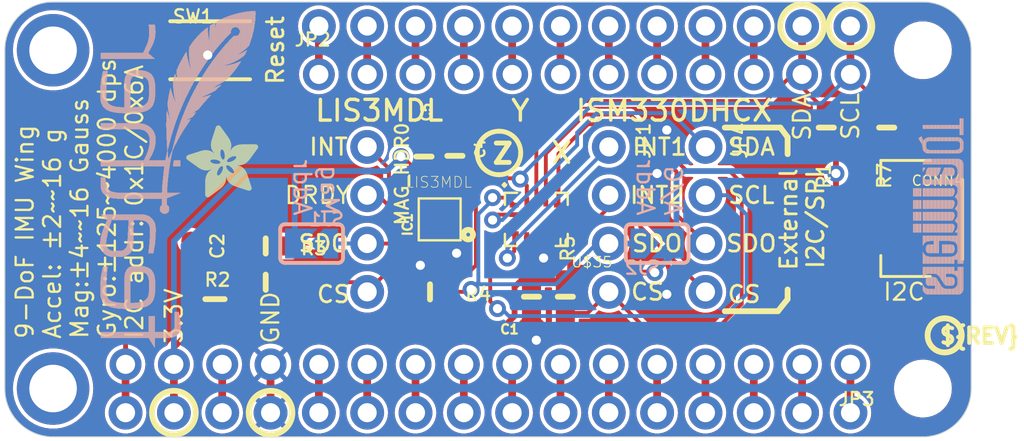
<source format=kicad_pcb>
(kicad_pcb (version 20221018) (generator pcbnew)
  (layers (0 "F.Cu" signal) (31 "B.Cu" signal) (34 "B.Paste" user) (35 "F.Paste" user) (36 "B.SilkS" user "B.Silkscreen") (37 "F.SilkS" user "F.Silkscreen") (38 "B.Mask" user) (39 "F.Mask" user) (44 "Edge.Cuts" user))
  (net 0 "")
  (net 1 "GND")
  (net 2 "3.3V")
  (net 3 "SCL")
  (net 4 "SDA")
  (net 5 "INTM")
  (net 6 "DRDY")
  (net 7 "CAP")
  (net 8 "INT1")
  (net 9 "AD_M")
  (net 10 "AD_AG")
  (net 11 "INT2")
  (net 12 "G")
  (net 13 "F")
  (net 14 "B")
  (net 15 "A")
  (net 16 "AREF")
  (net 17 "RESET")
  (net 18 "VBAT")
  (net 19 "EN")
  (net 20 "USB")
  (net 21 "J")
  (net 22 "I")
  (net 23 "C")
  (net 24 "D")
  (net 25 "E")
  (net 26 "SCK")
  (net 27 "MOSI")
  (net 28 "MISO")
  (net 29 "RX")
  (net 30 "TX")
  (net 31 "H")
  (net 32 "K")
  (net 33 "L")
  (net 34 "M")
  (net 35 "N")
  (net 36 "CS_M")
  (net 37 "CS_AG")
  (net 38 "SCL_EX")
  (net 39 "SDA_EX")
  (net 40 "SDO_EX")
  (net 41 "OCS_EX")
  (footprint "working:0603-NO" (layer "F.Cu") (at 145.4531 108.8136)
    (fp_text reference "R4" (at 1.778 0.127) (layer "F.SilkS") (effects (font (size 0.692831 0.692831) (thickness 0.119969)) (justify left)))
    (fp_text value "10K")
    (pad "1" smd rect (at -0.85 0) (size 1.075 1) (layers "F.Cu" "F.Paste" "F.Mask") (net 1 "GND"))
    (pad "2" smd rect (at 0.85 0) (size 1.075 1) (layers "F.Cu" "F.Paste" "F.Mask") (net 10 "AD_AG"))
  )
  (footprint "working:JST_SH4" (layer "F.Cu") (at 171.3611 105.0036 90)
    (fp_text reference "CONN4" (at 2.0375 2.187) (layer "F.SilkS") (effects (font (size 0.534822 0.534822) (thickness 0.074778)) (justify right)))
    (fp_text value "STEMMA_I2C_QT" hide)
    (pad "1" smd rect (at -1.5 -2.514 180) (size 1.55 0.6) (layers "F.Cu" "F.Paste" "F.Mask") (net 1 "GND"))
    (pad "2" smd rect (at -0.5 -2.514 180) (size 1.55 0.6) (layers "F.Cu" "F.Paste" "F.Mask") (net 2 "3.3V"))
    (pad "3" smd rect (at 0.5 -2.514 180) (size 1.55 0.6) (layers "F.Cu" "F.Paste" "F.Mask") (net 4 "SDA"))
    (pad "4" smd rect (at 1.5 -2.514 180) (size 1.55 0.6) (layers "F.Cu" "F.Paste" "F.Mask") (net 3 "SCL"))
    (pad "MT1" smd rect (at -2.8 1.386 180) (size 1.8 1.2) (layers "F.Cu" "F.Paste" "F.Mask") (net 1 "GND"))
    (pad "MT2" smd rect (at 2.8 1.386 180) (size 1.8 1.2) (layers "F.Cu" "F.Paste" "F.Mask") (net 1 "GND"))
  )
  (footprint "working:0603-NO" (layer "F.Cu") (at 145.1356 101.7016 90)
    (fp_text reference "C5" (at 1.778 0.127 90) (layer "F.SilkS") (effects (font (size 0.489631 0.489631) (thickness 0.119969)) (justify left)))
    (fp_text value "1uF")
    (pad "1" smd rect (at -0.85 0 90) (size 1.075 1) (layers "F.Cu" "F.Paste" "F.Mask") (net 2 "3.3V"))
    (pad "2" smd rect (at 0.85 0 90) (size 1.075 1) (layers "F.Cu" "F.Paste" "F.Mask") (net 1 "GND"))
  )
  (footprint "working:0603-NO" (layer "F.Cu") (at 146.7612 101.6635 90)
    (fp_text reference "C4" (at -0.1905 1.3335 90) (layer "F.SilkS") (effects (font (size 0.489631 0.489631) (thickness 0.119969)) (justify left)))
    (fp_text value "0.1uF")
    (pad "1" smd rect (at -0.85 0 90) (size 1.075 1) (layers "F.Cu" "F.Paste" "F.Mask") (net 7 "CAP"))
    (pad "2" smd rect (at 0.85 0 90) (size 1.075 1) (layers "F.Cu" "F.Paste" "F.Mask") (net 1 "GND"))
  )
  (footprint "working:LGA-14L" (layer "F.Cu") (at 151.0411 105.0036)
    (fp_text reference "U$35" (at 1.81 2.2465) (layer "F.SilkS") (effects (font (size 0.549778 0.549778) (thickness 0.059822)) (justify left)))
    (fp_text value "LSM6DSOX")
    (fp_text user "." (at -2.159 -1.524) (layer "F.SilkS") (effects (font (size 1.63576 1.63576) (thickness 0.14224)) (justify left bottom)))
    (pad "1" smd rect (at -1.1625 -0.75) (size 0.475 0.25) (layers "F.Cu" "F.Paste" "F.Mask") (net 10 "AD_AG"))
    (pad "2" smd rect (at -1.1625 -0.25) (size 0.475 0.25) (layers "F.Cu" "F.Paste" "F.Mask") (net 39 "SDA_EX"))
    (pad "3" smd rect (at -1.1625 0.25) (size 0.475 0.25) (layers "F.Cu" "F.Paste" "F.Mask") (net 38 "SCL_EX"))
    (pad "4" smd rect (at -1.1625 0.75) (size 0.475 0.25) (layers "F.Cu" "F.Paste" "F.Mask") (net 8 "INT1"))
    (pad "5" smd rect (at -0.5 0.9125 90) (size 0.475 0.25) (layers "F.Cu" "F.Paste" "F.Mask") (net 2 "3.3V"))
    (pad "6" smd rect (at 0 0.9125 90) (size 0.475 0.25) (layers "F.Cu" "F.Paste" "F.Mask") (net 1 "GND"))
    (pad "7" smd rect (at 0.5 0.9125 90) (size 0.475 0.25) (layers "F.Cu" "F.Paste" "F.Mask") (net 1 "GND"))
    (pad "8" smd rect (at 1.1625 0.75 180) (size 0.475 0.25) (layers "F.Cu" "F.Paste" "F.Mask") (net 2 "3.3V"))
    (pad "9" smd rect (at 1.1625 0.25 180) (size 0.475 0.25) (layers "F.Cu" "F.Paste" "F.Mask") (net 11 "INT2"))
    (pad "10" smd rect (at 1.1625 -0.25 180) (size 0.475 0.25) (layers "F.Cu" "F.Paste" "F.Mask") (net 41 "OCS_EX"))
    (pad "11" smd rect (at 1.1625 -0.75 180) (size 0.475 0.25) (layers "F.Cu" "F.Paste" "F.Mask") (net 40 "SDO_EX"))
    (pad "12" smd rect (at 0.5 -0.9125 270) (size 0.475 0.25) (layers "F.Cu" "F.Paste" "F.Mask") (net 37 "CS_AG"))
    (pad "13" smd rect (at 0 -0.9125 270) (size 0.475 0.25) (layers "F.Cu" "F.Paste" "F.Mask") (net 3 "SCL"))
    (pad "14" smd rect (at -0.5 -0.9125 270) (size 0.475 0.25) (layers "F.Cu" "F.Paste" "F.Mask") (net 4 "SDA"))
  )
  (footprint "working:FIDUCIAL_1MM" (layer "F.Cu") (at 132.8801 106.1466)
    (fp_text reference "FID1" hide)
    (fp_text value "FIDUCIAL_1MM" hide)
    (pad "1" smd roundrect (at 0 0) (size 1 1) (layers "F.Cu" "F.Mask") (roundrect_rratio 0.5))
  )
  (footprint "working:0805-NO" (layer "F.Cu") (at 134.1501 109.1946 90)
    (fp_text reference "C2" (at 2.032 0.127 90) (layer "F.SilkS") (effects (font (size 0.692831 0.692831) (thickness 0.119969)) (justify left)))
    (fp_text value "10uF")
    (pad "1" smd rect (at -0.95 0 90) (size 1.24 1.5) (layers "F.Cu" "F.Paste" "F.Mask") (net 2 "3.3V"))
    (pad "2" smd rect (at 0.95 0 90) (size 1.24 1.5) (layers "F.Cu" "F.Paste" "F.Mask") (net 1 "GND"))
  )
  (footprint "working:FEATHERWING" (layer "F.Cu") (at 123.1011 116.4336)
    (fp_text reference "MS1" hide)
    (fp_text value "FEATHERWING" hide)
    (fp_line (start 0 -20.32) (end 0 -2.54) (stroke (width 0.05)) (layer "Edge.Cuts"))
    (fp_line (start 2.54 0) (end 48.26 0) (stroke (width 0.05)) (layer "Edge.Cuts"))
    (fp_line (start 48.26 -22.86) (end 2.54 -22.86) (stroke (width 0.05)) (layer "Edge.Cuts"))
    (fp_line (start 50.8 -2.54) (end 50.8 -20.32) (stroke (width 0.05)) (layer "Edge.Cuts"))
    (fp_arc (start 0 -20.32) (mid 0.743949 -22.116051) (end 2.54 -22.86) (stroke (width 0.05)) (layer "Edge.Cuts"))
    (fp_arc (start 2.54 0) (mid 0.743949 -0.743949) (end 0 -2.54) (stroke (width 0.05)) (layer "Edge.Cuts"))
    (fp_arc (start 48.26 -22.86) (mid 50.056051 -22.116051) (end 50.8 -20.32) (stroke (width 0.05)) (layer "Edge.Cuts"))
    (fp_arc (start 50.8 -2.54) (mid 50.056051 -0.743949) (end 48.26 0) (stroke (width 0.05)) (layer "Edge.Cuts"))
    (pad "" np_thru_hole circle (at 48.26 -20.32) (size 2.54 2.54) (drill 2.54) (layers "*.Cu" "*.Mask"))
    (pad "" np_thru_hole circle (at 48.26 -2.54) (size 2.54 2.54) (drill 2.54) (layers "*.Cu" "*.Mask"))
    (pad "1" thru_hole circle (at 6.35 -1.27) (size 1.778 1.778) (drill 1) (layers "*.Cu" "*.Mask") (net 17 "RESET"))
    (pad "2" thru_hole circle (at 8.89 -1.27) (size 1.778 1.778) (drill 1) (layers "*.Cu" "*.Mask") (net 2 "3.3V"))
    (pad "3" thru_hole circle (at 11.43 -1.27) (size 1.778 1.778) (drill 1) (layers "*.Cu" "*.Mask") (net 16 "AREF"))
    (pad "4" thru_hole circle (at 13.97 -1.27) (size 1.778 1.778) (drill 1) (layers "*.Cu" "*.Mask") (net 1 "GND"))
    (pad "5" thru_hole circle (at 16.51 -1.27) (size 1.778 1.778) (drill 1) (layers "*.Cu" "*.Mask") (net 15 "A"))
    (pad "6" thru_hole circle (at 19.05 -1.27) (size 1.778 1.778) (drill 1) (layers "*.Cu" "*.Mask") (net 14 "B"))
    (pad "7" thru_hole circle (at 21.59 -1.27) (size 1.778 1.778) (drill 1) (layers "*.Cu" "*.Mask") (net 23 "C"))
    (pad "8" thru_hole circle (at 24.13 -1.27) (size 1.778 1.778) (drill 1) (layers "*.Cu" "*.Mask") (net 24 "D"))
    (pad "9" thru_hole circle (at 26.67 -1.27) (size 1.778 1.778) (drill 1) (layers "*.Cu" "*.Mask") (net 25 "E"))
    (pad "10" thru_hole circle (at 29.21 -1.27) (size 1.778 1.778) (drill 1) (layers "*.Cu" "*.Mask") (net 13 "F"))
    (pad "11" thru_hole circle (at 31.75 -1.27) (size 1.778 1.778) (drill 1) (layers "*.Cu" "*.Mask") (net 26 "SCK"))
    (pad "12" thru_hole circle (at 34.29 -1.27) (size 1.778 1.778) (drill 1) (layers "*.Cu" "*.Mask") (net 27 "MOSI"))
    (pad "13" thru_hole circle (at 36.83 -1.27) (size 1.778 1.778) (drill 1) (layers "*.Cu" "*.Mask") (net 28 "MISO"))
    (pad "14" thru_hole circle (at 39.37 -1.27) (size 1.778 1.778) (drill 1) (layers "*.Cu" "*.Mask") (net 29 "RX"))
    (pad "15" thru_hole circle (at 41.91 -1.27) (size 1.778 1.778) (drill 1) (layers "*.Cu" "*.Mask") (net 30 "TX"))
    (pad "16" thru_hole circle (at 44.45 -1.27) (size 1.778 1.778) (drill 1) (layers "*.Cu" "*.Mask") (net 12 "G"))
    (pad "17" thru_hole circle (at 44.45 -21.59) (size 1.778 1.778) (drill 1) (layers "*.Cu" "*.Mask") (net 4 "SDA"))
    (pad "18" thru_hole circle (at 41.91 -21.59) (size 1.778 1.778) (drill 1) (layers "*.Cu" "*.Mask") (net 3 "SCL"))
    (pad "19" thru_hole circle (at 39.37 -21.59) (size 1.778 1.778) (drill 1) (layers "*.Cu" "*.Mask") (net 31 "H"))
    (pad "20" thru_hole circle (at 36.83 -21.59) (size 1.778 1.778) (drill 1) (layers "*.Cu" "*.Mask") (net 22 "I"))
    (pad "21" thru_hole circle (at 34.29 -21.59) (size 1.778 1.778) (drill 1) (layers "*.Cu" "*.Mask") (net 21 "J"))
    (pad "22" thru_hole circle (at 31.75 -21.59) (size 1.778 1.778) (drill 1) (layers "*.Cu" "*.Mask") (net 32 "K"))
    (pad "23" thru_hole circle (at 29.21 -21.59) (size 1.778 1.778) (drill 1) (layers "*.Cu" "*.Mask") (net 33 "L"))
    (pad "24" thru_hole circle (at 26.67 -21.59) (size 1.778 1.778) (drill 1) (layers "*.Cu" "*.Mask") (net 34 "M"))
    (pad "25" thru_hole circle (at 24.13 -21.59) (size 1.778 1.778) (drill 1) (layers "*.Cu" "*.Mask") (net 35 "N"))
    (pad "26" thru_hole circle (at 21.59 -21.59) (size 1.778 1.778) (drill 1) (layers "*.Cu" "*.Mask") (net 20 "USB"))
    (pad "27" thru_hole circle (at 19.05 -21.59) (size 1.778 1.778) (drill 1) (layers "*.Cu" "*.Mask") (net 19 "EN"))
    (pad "28" thru_hole circle (at 16.51 -21.59) (size 1.778 1.778) (drill 1) (layers "*.Cu" "*.Mask") (net 18 "VBAT"))
    (pad "P$1" thru_hole circle (at 2.54 -20.32) (size 3.81 3.81) (drill 2.5) (layers "*.Cu" "*.Mask"))
    (pad "P$2" thru_hole circle (at 2.54 -2.54) (size 3.81 3.81) (drill 2.5) (layers "*.Cu" "*.Mask"))
  )
  (footprint "working:1X04_ROUND" (layer "F.Cu") (at 154.8511 105.0036 -90)
    (fp_text reference "JP1" (at -5.1562 -1.8288 90) (layer "F.SilkS") (effects (font (size 0.692831 0.692831) (thickness 0.119969)) (justify right)))
    (fp_text value "")
    (pad "1" thru_hole circle (at -3.81 0) (size 1.778 1.778) (drill 1) (layers "*.Cu" "*.Mask") (net 8 "INT1"))
    (pad "2" thru_hole circle (at -1.27 0) (size 1.778 1.778) (drill 1) (layers "*.Cu" "*.Mask") (net 11 "INT2"))
    (pad "3" thru_hole circle (at 1.27 0) (size 1.778 1.778) (drill 1) (layers "*.Cu" "*.Mask") (net 10 "AD_AG"))
    (pad "4" thru_hole circle (at 3.81 0) (size 1.778 1.778) (drill 1) (layers "*.Cu" "*.Mask") (net 37 "CS_AG"))
  )
  (footprint "working:0603-NO" (layer "F.Cu") (at 169.4561 100.1776 -90)
    (fp_text reference "R7" (at 1.778 0.127 90) (layer "F.SilkS") (effects (font (size 0.692831 0.692831) (thickness 0.119969)) (justify right)))
    (fp_text value "10K")
    (pad "1" smd rect (at -0.85 0 270) (size 1.075 1) (layers "F.Cu" "F.Paste" "F.Mask") (net 4 "SDA"))
    (pad "2" smd rect (at 0.85 0 270) (size 1.075 1) (layers "F.Cu" "F.Paste" "F.Mask") (net 2 "3.3V"))
  )
  (footprint "working:LGA12_2X2MM" (layer "F.Cu") (at 145.9611 105.0036 180)
    (fp_text reference "IC1" (at 1.6845 0.4015 90) (layer "F.SilkS") (effects (font (size 0.489631 0.489631) (thickness 0.119969)) (justify right)))
    (fp_text value "LIS3MDL" (at -1.735 1.954) (layer "F.SilkS") (effects (font (size 0.573024 0.573024) (thickness 0.036576)) (justify right)))
    (pad "1" smd rect (at -0.75 -0.75 180) (size 0.275 0.25) (layers "F.Cu" "F.Paste" "F.Mask") (net 3 "SCL"))
    (pad "2" smd rect (at -0.75 -0.25 180) (size 0.275 0.25) (layers "F.Cu" "F.Paste" "F.Mask") (net 1 "GND"))
    (pad "3" smd rect (at -0.75 0.25 180) (size 0.275 0.25) (layers "F.Cu" "F.Paste" "F.Mask") (net 1 "GND"))
    (pad "4" smd rect (at -0.75 0.75 180) (size 0.275 0.25) (layers "F.Cu" "F.Paste" "F.Mask") (net 7 "CAP"))
    (pad "5" smd rect (at -0.25 0.75 270) (size 0.275 0.25) (layers "F.Cu" "F.Paste" "F.Mask") (net 2 "3.3V"))
    (pad "6" smd rect (at 0.25 0.75 270) (size 0.275 0.25) (layers "F.Cu" "F.Paste" "F.Mask") (net 2 "3.3V"))
    (pad "7" smd rect (at 0.75 0.75) (size 0.275 0.25) (layers "F.Cu" "F.Paste" "F.Mask") (net 5 "INTM"))
    (pad "8" smd rect (at 0.75 0.25) (size 0.275 0.25) (layers "F.Cu" "F.Paste" "F.Mask") (net 6 "DRDY"))
    (pad "9" smd rect (at 0.75 -0.25) (size 0.275 0.25) (layers "F.Cu" "F.Paste" "F.Mask") (net 9 "AD_M"))
    (pad "10" smd rect (at 0.75 -0.75) (size 0.275 0.25) (layers "F.Cu" "F.Paste" "F.Mask") (net 36 "CS_M"))
    (pad "11" smd rect (at 0.25 -0.75 90) (size 0.275 0.25) (layers "F.Cu" "F.Paste" "F.Mask") (net 4 "SDA"))
    (pad "12" smd rect (at -0.25 -0.75 90) (size 0.275 0.25) (layers "F.Cu" "F.Paste" "F.Mask") (net 1 "GND"))
  )
  (footprint "working:1X04_ROUND" (layer "F.Cu") (at 159.9311 105.0036 -90)
    (fp_text reference "JP4" (at -5.1562 -1.8288 90) (layer "F.SilkS") (effects (font (size 0.692831 0.692831) (thickness 0.119969)) (justify right)))
    (fp_text value "")
    (pad "1" thru_hole circle (at -3.81 0) (size 1.778 1.778) (drill 1) (layers "*.Cu" "*.Mask") (net 39 "SDA_EX"))
    (pad "2" thru_hole circle (at -1.27 0) (size 1.778 1.778) (drill 1) (layers "*.Cu" "*.Mask") (net 38 "SCL_EX"))
    (pad "3" thru_hole circle (at 1.27 0) (size 1.778 1.778) (drill 1) (layers "*.Cu" "*.Mask") (net 40 "SDO_EX"))
    (pad "4" thru_hole circle (at 3.81 0) (size 1.778 1.778) (drill 1) (layers "*.Cu" "*.Mask") (net 41 "OCS_EX"))
  )
  (footprint "working:0603-NO" (layer "F.Cu") (at 166.2811 100.1776 -90)
    (fp_text reference "R1" (at 1.778 0.127 90) (layer "F.SilkS") (effects (font (size 0.692831 0.692831) (thickness 0.119969)) (justify right)))
    (fp_text value "10K")
    (pad "1" smd rect (at -0.85 0 270) (size 1.075 1) (layers "F.Cu" "F.Paste" "F.Mask") (net 3 "SCL"))
    (pad "2" smd rect (at 0.85 0 270) (size 1.075 1) (layers "F.Cu" "F.Paste" "F.Mask") (net 2 "3.3V"))
  )
  (footprint "working:0603-NO" (layer "F.Cu") (at 152.5651 109.0676 90)
    (fp_text reference "R5" (at 1.778 0.127 90) (layer "F.SilkS") (effects (font (size 0.692831 0.692831) (thickness 0.119969)) (justify left)))
    (fp_text value "10K")
    (pad "1" smd rect (at -0.85 0 90) (size 1.075 1) (layers "F.Cu" "F.Paste" "F.Mask") (net 37 "CS_AG"))
    (pad "2" smd rect (at 0.85 0 90) (size 1.075 1) (layers "F.Cu" "F.Paste" "F.Mask") (net 2 "3.3V"))
  )
  (footprint "working:PCBFEAT-REV-040" (layer "F.Cu") (at 172.5041 111.0996)
    (fp_text reference "U$51" hide)
    (fp_text value "" hide)
    (fp_text user "${REV}" (at -0.3556 0.508) (layer "F.SilkS") (effects (font (size 0.8128 0.8128) (thickness 0.2032)) (justify left bottom)))
  )
  (footprint "working:0603-NO" (layer "F.Cu") (at 136.8171 108.3056 180)
    (fp_text reference "R2" (at 1.778 0.127) (layer "F.SilkS") (effects (font (size 0.692831 0.692831) (thickness 0.119969)) (justify right)))
    (fp_text value "10K")
    (pad "1" smd rect (at -0.85 0 180) (size 1.075 1) (layers "F.Cu" "F.Paste" "F.Mask") (net 36 "CS_M"))
    (pad "2" smd rect (at 0.85 0 180) (size 1.075 1) (layers "F.Cu" "F.Paste" "F.Mask") (net 2 "3.3V"))
  )
  (footprint "working:0603-NO" (layer "F.Cu") (at 150.7871 109.0676 -90)
    (fp_text reference "C1" (at 1.7145 1.7145) (layer "F.SilkS") (effects (font (size 0.489631 0.489631) (thickness 0.119969)) (justify left)))
    (fp_text value "0.1uF")
    (pad "1" smd rect (at -0.85 0 270) (size 1.075 1) (layers "F.Cu" "F.Paste" "F.Mask") (net 2 "3.3V"))
    (pad "2" smd rect (at 0.85 0 270) (size 1.075 1) (layers "F.Cu" "F.Paste" "F.Mask") (net 1 "GND"))
  )
  (footprint "working:1X04_ROUND" (layer "F.Cu") (at 142.1511 105.0036 -90)
    (fp_text reference "MAG_HDR0" (at -5.1562 -1.8288 90) (layer "F.SilkS") (effects (font (size 0.692831 0.692831) (thickness 0.119969)) (justify right)))
    (fp_text value "")
    (pad "1" thru_hole circle (at -3.81 0) (size 1.778 1.778) (drill 1) (layers "*.Cu" "*.Mask") (net 5 "INTM"))
    (pad "2" thru_hole circle (at -1.27 0) (size 1.778 1.778) (drill 1) (layers "*.Cu" "*.Mask") (net 6 "DRDY"))
    (pad "3" thru_hole circle (at 1.27 0) (size 1.778 1.778) (drill 1) (layers "*.Cu" "*.Mask") (net 9 "AD_M"))
    (pad "4" thru_hole circle (at 3.81 0) (size 1.778 1.778) (drill 1) (layers "*.Cu" "*.Mask") (net 36 "CS_M"))
  )
  (footprint "working:1X12_ROUND" (layer "F.Cu") (at 153.5811 97.3836)
    (fp_text reference "JP2" (at -15.3162 -1.8288) (layer "F.SilkS") (effects (font (size 0.692831 0.692831) (thickness 0.119969)) (justify left)))
    (fp_text value "")
    (pad "1" thru_hole circle (at -13.97 0 90) (size 1.6764 1.6764) (drill 1) (layers "*.Cu" "*.Mask") (net 18 "VBAT"))
    (pad "2" thru_hole circle (at -11.43 0 90) (size 1.6764 1.6764) (drill 1) (layers "*.Cu" "*.Mask") (net 19 "EN"))
    (pad "3" thru_hole circle (at -8.89 0 90) (size 1.6764 1.6764) (drill 1) (layers "*.Cu" "*.Mask") (net 20 "USB"))
    (pad "4" thru_hole circle (at -6.35 0 90) (size 1.6764 1.6764) (drill 1) (layers "*.Cu" "*.Mask") (net 35 "N"))
    (pad "5" thru_hole circle (at -3.81 0 90) (size 1.6764 1.6764) (drill 1) (layers "*.Cu" "*.Mask") (net 34 "M"))
    (pad "6" thru_hole circle (at -1.27 0 90) (size 1.6764 1.6764) (drill 1) (layers "*.Cu" "*.Mask") (net 33 "L"))
    (pad "7" thru_hole circle (at 1.27 0 90) (size 1.6764 1.6764) (drill 1) (layers "*.Cu" "*.Mask") (net 32 "K"))
    (pad "8" thru_hole circle (at 3.81 0 90) (size 1.6764 1.6764) (drill 1) (layers "*.Cu" "*.Mask") (net 21 "J"))
    (pad "9" thru_hole circle (at 6.35 0 90) (size 1.6764 1.6764) (drill 1) (layers "*.Cu" "*.Mask") (net 22 "I"))
    (pad "10" thru_hole circle (at 8.89 0 90) (size 1.6764 1.6764) (drill 1) (layers "*.Cu" "*.Mask") (net 31 "H"))
    (pad "11" thru_hole circle (at 11.43 0 90) (size 1.6764 1.6764) (drill 1) (layers "*.Cu" "*.Mask") (net 3 "SCL"))
    (pad "12" thru_hole circle (at 13.97 0 90) (size 1.6764 1.6764) (drill 1) (layers "*.Cu" "*.Mask") (net 4 "SDA"))
  )
  (footprint "working:FIDUCIAL_1MM" (layer "F.Cu") (at 173.0121 98.3996)
    (fp_text reference "FID2" hide)
    (fp_text value "FIDUCIAL_1MM" hide)
    (pad "1" smd roundrect (at 0 0) (size 1 1) (layers "F.Cu" "F.Mask") (roundrect_rratio 0.5))
  )
  (footprint "working:1X16_ROUND" (layer "F.Cu") (at 148.5011 112.6236 180)
    (fp_text reference "JP3" (at -20.3962 -1.8288) (layer "F.SilkS") (effects (font (size 0.692831 0.692831) (thickness 0.119969)) (justify right)))
    (fp_text value "")
    (pad "1" thru_hole circle (at -19.05 0 270) (size 1.6764 1.6764) (drill 1) (layers "*.Cu" "*.Mask") (net 12 "G"))
    (pad "2" thru_hole circle (at -16.51 0 270) (size 1.6764 1.6764) (drill 1) (layers "*.Cu" "*.Mask") (net 30 "TX"))
    (pad "3" thru_hole circle (at -13.97 0 270) (size 1.6764 1.6764) (drill 1) (layers "*.Cu" "*.Mask") (net 29 "RX"))
    (pad "4" thru_hole circle (at -11.43 0 270) (size 1.6764 1.6764) (drill 1) (layers "*.Cu" "*.Mask") (net 28 "MISO"))
    (pad "5" thru_hole circle (at -8.89 0 270) (size 1.6764 1.6764) (drill 1) (layers "*.Cu" "*.Mask") (net 27 "MOSI"))
    (pad "6" thru_hole circle (at -6.35 0 270) (size 1.6764 1.6764) (drill 1) (layers "*.Cu" "*.Mask") (net 26 "SCK"))
    (pad "7" thru_hole circle (at -3.81 0 270) (size 1.6764 1.6764) (drill 1) (layers "*.Cu" "*.Mask") (net 13 "F"))
    (pad "8" thru_hole circle (at -1.27 0 270) (size 1.6764 1.6764) (drill 1) (layers "*.Cu" "*.Mask") (net 25 "E"))
    (pad "9" thru_hole circle (at 1.27 0 270) (size 1.6764 1.6764) (drill 1) (layers "*.Cu" "*.Mask") (net 24 "D"))
    (pad "10" thru_hole circle (at 3.81 0 270) (size 1.6764 1.6764) (drill 1) (layers "*.Cu" "*.Mask") (net 23 "C"))
    (pad "11" thru_hole circle (at 6.35 0 270) (size 1.6764 1.6764) (drill 1) (layers "*.Cu" "*.Mask") (net 14 "B"))
    (pad "12" thru_hole circle (at 8.89 0 270) (size 1.6764 1.6764) (drill 1) (layers "*.Cu" "*.Mask") (net 15 "A"))
    (pad "13" thru_hole circle (at 11.43 0 270) (size 1.6764 1.6764) (drill 1) (layers "*.Cu" "*.Mask") (net 1 "GND"))
    (pad "14" thru_hole circle (at 13.97 0 270) (size 1.6764 1.6764) (drill 1) (layers "*.Cu" "*.Mask") (net 16 "AREF"))
    (pad "15" thru_hole circle (at 16.51 0 270) (size 1.6764 1.6764) (drill 1) (layers "*.Cu" "*.Mask") (net 2 "3.3V"))
    (pad "16" thru_hole circle (at 19.05 0 270) (size 1.6764 1.6764) (drill 1) (layers "*.Cu" "*.Mask") (net 17 "RESET"))
  )
  (footprint "working:BTN_KMR2_4.6X2.8" (layer "F.Cu") (at 133.8961 96.1136)
    (fp_text reference "SW1" (at -2.032 -1.778) (layer "F.SilkS") (effects (font (size 0.692831 0.692831) (thickness 0.119969)) (justify left)))
    (fp_text value "KMR2")
    (pad "A" smd rect (at 2.05 -0.8) (size 0.9 0.9) (layers "F.Cu" "F.Paste" "F.Mask") (net 17 "RESET"))
    (pad "A'" smd rect (at -2.05 -0.8) (size 0.9 0.9) (layers "F.Cu" "F.Paste" "F.Mask") (net 17 "RESET"))
    (pad "B" smd rect (at 2.05 0.8) (size 0.9 0.9) (layers "F.Cu" "F.Paste" "F.Mask") (net 1 "GND"))
    (pad "B'" smd rect (at -2.05 0.8) (size 0.9 0.9) (layers "F.Cu" "F.Paste" "F.Mask") (net 1 "GND"))
  )
  (footprint "working:0603-NO" (layer "F.Cu") (at 136.8171 106.4006)
    (fp_text reference "R3" (at 1.778 0.127) (layer "F.SilkS") (effects (font (size 0.692831 0.692831) (thickness 0.119969)) (justify left)))
    (fp_text value "10K")
    (pad "1" smd rect (at -0.85 0) (size 1.075 1) (layers "F.Cu" "F.Paste" "F.Mask") (net 1 "GND"))
    (pad "2" smd rect (at 0.85 0) (size 1.075 1) (layers "F.Cu" "F.Paste" "F.Mask") (net 9 "AD_M"))
  )
  (footprint "working:ADAFRUIT_3.5MM" (layer "F.Cu") (at 136.4361 103.8606 90)
    (fp_text reference "U$50" hide)
    (fp_text value "" hide)
  )
  (footprint "working:SOLDERJUMPER_ARROW_NOPASTE" (layer "B.Cu") (at 139.2301 106.2736 180)
    (fp_text reference "SJ1" (at -1.778 1.27) (layer "B.SilkS") (effects (font (size 0.692831 0.692831) (thickness 0.119969)) (justify left mirror)))
    (fp_text value "")
    (fp_poly (pts (xy 0.106121 -0.002663) (xy -0.679416 -0.7882) (xy -1.3946 -0.7882) (xy -1.3946 0.7882) (xy -0.62715 0.7882)) (fill solid) (layer "B.Cu"))
    (fp_poly (pts (xy 1.3946 -0.7882) (xy -0.315893 -0.7882) (xy 0.443148 0) (xy -0.315893 0.7882) (xy 1.3946 0.7882)) (fill solid) (layer "B.Cu"))
    (pad "1" smd roundrect (at -1.016 0 180) (size 0.762 1.524) (layers "B.Cu") (net 9 "AD_M"))
    (pad "2" smd roundrect (at 1.016 0 180) (size 0.762 1.524) (layers "B.Cu") (net 2 "3.3V"))
  )
  (footprint "working:FEATHERLOGO_MED" (layer "B.Cu") (at 128.0541 111.8616 90)
    (fp_text reference "U$13" hide)
    (fp_text value "" hide)
  )
  (footprint "working:STEMMAQT" (layer "B.Cu") (at 170.8531 108.9406 90)
    (fp_text reference "U$31" hide)
    (fp_text value "" hide)
  )
  (footprint "working:SOLDERJUMPER_ARROW_NOPASTE" (layer "B.Cu") (at 157.3911 106.2736)
    (fp_text reference "SJ2" (at -1.778 1.27) (layer "B.SilkS") (effects (font (size 0.692831 0.692831) (thickness 0.119969)) (justify right mirror)))
    (fp_text value "")
    (fp_poly (pts (xy 0.106121 -0.002663) (xy -0.679416 -0.7882) (xy -1.3946 -0.7882) (xy -1.3946 0.7882) (xy -0.62715 0.7882)) (fill solid) (layer "B.Cu"))
    (fp_poly (pts (xy 1.3946 -0.7882) (xy -0.315893 -0.7882) (xy 0.443148 0) (xy -0.315893 0.7882) (xy 1.3946 0.7882)) (fill solid) (layer "B.Cu"))
    (pad "1" smd roundrect (at -1.016 0) (size 0.762 1.524) (layers "B.Cu") (net 10 "AD_AG"))
    (pad "2" smd roundrect (at 1.016 0) (size 0.762 1.524) (layers "B.Cu") (net 2 "3.3V"))
  )
  (gr_circle (center 167.5511 94.8436) (end 168.701131 94.8436) (stroke (width 0.3048)) (fill none) (layer "F.SilkS"))
  (gr_arc (start 147.9336 101.5121) (mid 148.268377 100.703877) (end 149.0766 100.3691) (stroke (width 0.254)) (layer "F.SilkS"))
  (gr_line (start 160.9471 109.8296) (end 163.7411 109.8296) (stroke (width 0.3048)) (layer "F.SilkS"))
  (gr_line (start 163.7411 109.8296) (end 164.2491 109.1946) (stroke (width 0.3048)) (layer "F.SilkS"))
  (gr_arc (start 150.2196 101.5121) (mid 149.884823 102.320323) (end 149.0766 102.6551) (stroke (width 0.254)) (layer "F.SilkS"))
  (gr_line (start 164.2491 109.1946) (end 164.2491 108.6866) (stroke (width 0.3048)) (layer "F.SilkS"))
  (gr_line (start 164.2491 100.6856) (end 163.8681 100.1776) (stroke (width 0.3048)) (layer "F.SilkS"))
  (gr_circle (center 165.0111 94.8436) (end 166.161131 94.8436) (stroke (width 0.3048)) (fill none) (layer "F.SilkS"))
  (gr_circle (center 137.0711 115.1636) (end 138.221131 115.1636) (stroke (width 0.3048)) (fill none) (layer "F.SilkS"))
  (gr_line (start 164.2491 101.5746) (end 164.2491 100.6856) (stroke (width 0.3048)) (layer "F.SilkS"))
  (gr_arc (start 149.0766 102.6551) (mid 148.268377 102.320323) (end 147.9336 101.5121) (stroke (width 0.254)) (layer "F.SilkS"))
  (gr_arc (start 149.0766 100.3691) (mid 149.890688 100.698014) (end 150.2196 101.512102) (stroke (width 0.254)) (layer "F.SilkS"))
  (gr_circle (center 131.9911 115.1636) (end 133.141131 115.1636) (stroke (width 0.3048)) (fill none) (layer "F.SilkS"))
  (gr_line (start 163.8681 100.1776) (end 160.9471 100.1776) (stroke (width 0.3048)) (layer "F.SilkS"))
  (gr_text "A/G\nAddr" (at 156.2481 104.8766 -90) (layer "B.SilkS") (effects (font (size 0.89408 0.89408) (thickness 0.12192)) (justify left bottom mirror)))
  (gr_text "Mag\nAddr" (at 138.2141 104.8766 -90) (layer "B.SilkS") (effects (font (size 0.89408 0.89408) (thickness 0.12192)) (justify left bottom mirror)))
  (gr_text "INT2" (at 157.3911 103.7336) (layer "F.SilkS") (effects (font (size 0.87376 0.87376) (thickness 0.14224))))
  (gr_text "Reset" (at 137.3251 96.1136 90) (layer "F.SilkS") (effects (font (size 0.87376 0.87376) (thickness 0.14224))))
  (gr_text "Z" (at 148.6241 102.1451) (layer "F.SilkS") (effects (font (size 1.016 1.016) (thickness 0.254)) (justify left bottom)))
  (gr_text "X" (at 151.7356 102.1451) (layer "F.SilkS") (effects (font (size 1.0922 1.0922) (thickness 0.1778)) (justify left bottom)))
  (gr_text "9-DoF IMU Wing \nAccel: ±2~~16 g\nMag:±4~~16 Gauss\nGyro:±125~~4000 dps\nI2C addr: 0x1C/0x6A" (at 127.0381 111.3536 90) (layer "F.SilkS") (effects (font (size 0.89408 0.89408) (thickness 0.12192)) (justify left)))
  (gr_text "SDA" (at 162.3441 101.1936) (layer "F.SilkS") (effects (font (size 0.87376 0.87376) (thickness 0.14224))))
  (gr_text "CS" (at 156.8831 108.8136) (layer "F.SilkS") (effects (font (size 0.87376 0.87376) (thickness 0.14224))))
  (gr_text "External\nI2C/SPI" (at 165.0111 105.0036 90) (layer "F.SilkS") (effects (font (size 0.87376 0.87376) (thickness 0.14224))))
  (gr_text "SDO" (at 139.8651 106.2736) (layer "F.SilkS") (effects (font (size 0.87376 0.87376) (thickness 0.14224))))
  (gr_text "CS" (at 161.9631 108.9406) (layer "F.SilkS") (effects (font (size 0.87376 0.87376) (thickness 0.14224))))
  (gr_text "SDO" (at 162.3441 106.2736) (layer "F.SilkS") (effects (font (size 0.87376 0.87376) (thickness 0.14224))))
  (gr_text "LIS3MDL" (at 142.7861 99.2886) (layer "F.SilkS") (effects (font (size 1.0922 1.0922) (thickness 0.1778))))
  (gr_text "INT1" (at 157.5181 101.1936) (layer "F.SilkS") (effects (font (size 0.87376 0.87376) (thickness 0.14224))))
  (gr_text "GND" (at 137.0711 111.6076 90) (layer "F.SilkS") (effects (font (size 0.89408 0.89408) (thickness 0.12192)) (justify left)))
  (gr_text "3.3V" (at 131.9911 111.6076 90) (layer "F.SilkS") (effects (font (size 0.89408 0.89408) (thickness 0.12192)) (justify left)))
  (gr_text "DRDY" (at 139.5476 103.7336) (layer "F.SilkS") (effects (font (size 0.89408 0.89408) (thickness 0.12192))))
  (gr_text "Y" (at 150.7871 98.6536) (layer "F.SilkS") (effects (font (size 1.0922 1.0922) (thickness 0.1778)) (justify right top)))
  (gr_text "SCL" (at 162.3441 103.7336) (layer "F.SilkS") (effects (font (size 0.87376 0.87376) (thickness 0.14224))))
  (gr_text "SDA" (at 165.0111 98.2726 90) (layer "F.SilkS") (effects (font (size 0.89408 0.89408) (thickness 0.12192)) (justify right)))
  (gr_text "SDO" (at 157.3911 106.2736) (layer "F.SilkS") (effects (font (size 0.87376 0.87376) (thickness 0.14224))))
  (gr_text "CS" (at 140.3731 108.9406) (layer "F.SilkS") (effects (font (size 0.87376 0.87376) (thickness 0.14224))))
  (gr_text "INT" (at 140.1191 101.1936) (layer "F.SilkS") (effects (font (size 0.87376 0.87376) (thickness 0.14224))))
  (gr_text "SCL" (at 167.5511 98.2726 90) (layer "F.SilkS") (effects (font (size 0.89408 0.89408) (thickness 0.12192)) (justify right)))
  (gr_text "ISM330DHCX" (at 158.2801 99.2886) (layer "F.SilkS") (effects (font (size 1.0922 1.0922) (thickness 0.1778))))
  (gr_text "I2C" (at 169.2021 108.8136) (layer "F.SilkS") (effects (font (size 0.89408 0.89408) (thickness 0.12192)) (justify left)))
  (segment (start 137.0711 115.1636) (end 137.0711 112.6236) (width 0.4064) (layer "F.Cu") (net 1))
  (via (at 146.8501 106.7816) (size 0.889) (drill 0.4826) (layers "F.Cu" "B.Cu") (net 1))
  (via (at 157.8991 100.3046) (size 0.889) (drill 0.4826) (layers "F.Cu" "B.Cu") (net 1))
  (via (at 144.9451 107.4166) (size 0.889) (drill 0.4826) (layers "F.Cu" "B.Cu") (net 1))
  (via (at 151.4221 107.0356) (size 0.889) (drill 0.4826) (layers "F.Cu" "B.Cu") (net 1))
  (via (at 157.3911 102.5906) (size 0.889) (drill 0.4826) (layers "F.Cu" "B.Cu") (net 1))
  (via (at 133.7691 96.3676) (size 0.889) (drill 0.4826) (layers "F.Cu" "B.Cu") (net 1))
  (via (at 157.8991 108.9406) (size 0.889) (drill 0.4826) (layers "F.Cu" "B.Cu") (net 1))
  (via (at 151.0411 111.3536) (size 0.889) (drill 0.4826) (layers "F.Cu" "B.Cu") (net 1))
  (segment (start 150.7871 108.2176) (end 150.7676 108.1981) (width 0.3048) (layer "F.Cu") (net 2))
  (segment (start 155.8671 107.5436) (end 153.2391 107.5436) (width 0.3048) (layer "F.Cu") (net 2))
  (segment (start 156.1211 107.7976) (end 157.2641 107.7976) (width 0.3048) (layer "F.Cu") (net 2))
  (segment (start 135.9671 110.4256) (end 135.8011 110.5916) (width 0.3048) (layer "F.Cu") (net 2))
  (segment (start 145.1356 102.5516) (end 145.0721 102.6151) (width 0.3048) (layer "F.Cu") (net 2))
  (segment (start 145.0721 102.6151) (end 145.0721 102.8446) (width 0.3048) (layer "F.Cu") (net 2))
  (segment (start 145.0721 102.8446) (end 143.9291 101.7016) (width 0.3048) (layer "F.Cu") (net 2))
  (segment (start 145.9611 103.7336) (end 145.1991 102.9716) (width 0.3048) (layer "F.Cu") (net 2))
  (segment (start 146.2111 104.2536) (end 145.9611 104.2536) (width 0.3048) (layer "F.Cu") (net 2))
  (segment (start 131.9911 115.1636) (end 131.9911 112.6236) (width 0.4064) (layer "F.Cu") (net 2))
  (segment (start 145.1991 102.6151) (end 145.1991 102.9716) (width 0.3048) (layer "F.Cu") (net 2))
  (segment (start 149.8981 110.0836) (end 149.8981 108.5596) (width 0.3048) (layer "F.Cu") (net 2))
  (segment (start 134.1501 110.1446) (end 134.1501 110.5916) (width 0.3048) (layer "F.Cu") (net 2))
  (segment (start 166.7891 104.2416) (end 166.7891 102.5906) (width 0.3048) (layer "F.Cu") (net 2))
  (segment (start 153.2391 107.5436) (end 152.8191 107.9636) (width 0.3048) (layer "F.Cu") (net 2))
  (segment (start 145.9611 104.2536) (end 145.7111 104.2536) (width 0.3048) (layer "F.Cu") (net 2))
  (segment (start 152.8191 106.3691) (end 152.8191 107.9636) (width 0.3048) (layer "F.Cu") (net 2))
  (segment (start 150.2596 108.1981) (end 150.7676 108.1981) (width 0.3048) (layer "F.Cu") (net 2))
  (segment (start 135.9671 108.3056) (end 135.9671 110.4256) (width 0.3048) (layer "F.Cu") (net 2))
  (segment (start 168.0511 105.5036) (end 166.7891 104.2416) (width 0.3048) (layer "F.Cu") (net 2))
  (segment (start 135.8011 110.5916) (end 149.3901 110.5916) (width 0.3048) (layer "F.Cu") (net 2))
  (segment (start 145.1991 102.9716) (end 145.0721 102.8446) (width 0.3048) (layer "F.Cu") (net 2))
  (segment (start 145.9611 104.2536) (end 145.9611 103.7336) (width 0.3048) (layer "F.Cu") (net 2))
  (segment (start 145.1356 102.5516) (end 145.1991 102.6151) (width 0.3048) (layer "F.Cu") (net 2))
  (segment (start 149.3901 110.5916) (end 149.8981 110.0836) (width 0.3048) (layer "F.Cu") (net 2))
  (segment (start 168.8471 105.5036) (end 168.0511 105.5036) (width 0.3048) (layer "F.Cu") (net 2))
  (segment (start 131.9911 111.7346) (end 131.9911 112.6236) (width 0.3048) (layer "F.Cu") (net 2))
  (segment (start 133.1341 110.5916) (end 131.9911 111.7346) (width 0.3048) (layer "F.Cu") (net 2))
  (segment (start 150.5331 107.9636) (end 150.5331 106.9086) (width 0.3048) (layer "F.Cu") (net 2))
  (segment (start 150.7676 108.1981) (end 150.5331 107.9636) (width 0.3048) (layer "F.Cu") (net 2))
  (segment (start 150.7871 108.2176) (end 152.5651 108.2176) (width 0.3048) (layer "F.Cu") (net 2))
  (segment (start 152.8191 107.9636) (end 152.5651 108.2176) (width 0.3048) (layer "F.Cu") (net 2))
  (segment (start 152.2036 105.7536) (end 152.8191 106.3691) (width 0.3048) (layer "F.Cu") (net 2))
  (segment (start 150.5331 106.9086) (end 150.5411 106.9006) (width 0.3048) (layer "F.Cu") (net 2))
  (segment (start 134.1501 110.5916) (end 133.1341 110.5916) (width 0.3048) (layer "F.Cu") (net 2))
  (segment (start 166.7891 101.5356) (end 166.7891 102.5906) (width 0.3048) (layer "F.Cu") (net 2))
  (segment (start 150.5411 105.9161) (end 150.5411 106.9006) (width 0.3048) (layer "F.Cu") (net 2))
  (segment (start 166.2811 101.0276) (end 166.7891 101.5356) (width 0.3048) (layer "F.Cu") (net 2))
  (segment (start 169.4561 101.0276) (end 166.2811 101.0276) (width 0.3048) (layer "F.Cu") (net 2))
  (segment (start 156.1211 107.7976) (end 155.8671 107.5436) (width 0.3048) (layer "F.Cu") (net 2))
  (segment (start 135.8011 110.5916) (end 134.1501 110.5916) (width 0.3048) (layer "F.Cu") (net 2))
  (segment (start 149.8981 108.5596) (end 150.2596 108.1981) (width 0.3048) (layer "F.Cu") (net 2))
  (via (at 166.7891 102.5906) (size 0.889) (drill 0.4826) (layers "F.Cu" "B.Cu") (net 2))
  (via (at 157.2641 107.7976) (size 0.889) (drill 0.4826) (layers "F.Cu" "B.Cu") (net 2))
  (via (at 143.9291 101.7016) (size 0.889) (drill 0.4826) (layers "F.Cu" "B.Cu") (net 2))
  (segment (start 143.1671 102.4636) (end 138.3411 102.4636) (width 0.3048) (layer "B.Cu") (net 2))
  (segment (start 166.6621 102.4636) (end 158.7881 102.4636) (width 0.3048) (layer "B.Cu") (net 2))
  (segment (start 138.3411 102.4636) (end 135.6741 102.4636) (width 0.3048) (layer "B.Cu") (net 2))
  (segment (start 143.9291 101.7016) (end 143.1671 102.4636) (width 0.3048) (layer "B.Cu") (net 2))
  (segment (start 158.4071 106.6546) (end 157.2641 107.7976) (width 0.3048) (layer "B.Cu") (net 2))
  (segment (start 158.4071 106.2736) (end 158.4071 102.8446) (width 0.3048) (layer "B.Cu") (net 2))
  (segment (start 131.9911 106.1466) (end 131.9911 112.6236) (width 0.3048) (layer "B.Cu") (net 2))
  (segment (start 158.4071 102.8446) (end 158.7881 102.4636) (width 0.3048) (layer "B.Cu") (net 2))
  (segment (start 135.6741 102.4636) (end 131.9911 106.1466) (width 0.3048) (layer "B.Cu") (net 2))
  (segment (start 166.6621 102.4636) (end 166.7891 102.5906) (width 0.3048) (layer "B.Cu") (net 2))
  (segment (start 138.3411 102.4636) (end 138.3411 106.1466) (width 0.3048) (layer "B.Cu") (net 2))
  (segment (start 138.3411 106.1466) (end 138.2141 106.2736) (width 0.3048) (layer "B.Cu") (net 2))
  (segment (start 158.4071 106.6546) (end 158.4071 106.2736) (width 0.3048) (layer "B.Cu") (net 2))
  (segment (start 149.7457 101.0666) (end 151.0157 101.0666) (width 0.2032) (layer "F.Cu") (net 3))
  (segment (start 170.3451 100.4316) (end 170.0911 100.1776) (width 0.2032) (layer "F.Cu") (net 3))
  (segment (start 164.5031 97.3836) (end 165.0111 97.3836) (width 0.2032) (layer "F.Cu") (net 3))
  (segment (start 151.0411 104.0911) (end 151.0411 101.0666) (width 0.2032) (layer "F.Cu") (net 3))
  (segment (start 153.3017 98.7806) (end 163.1061 98.7806) (width 0.2032) (layer "F.Cu") (net 3))
  (segment (start 147.2057 103.6066) (end 149.7457 101.0666) (width 0.2032) (layer "F.Cu") (net 3))
  (segment (start 169.6861 103.5036) (end 170.3451 102.8446) (width 0.2032) (layer "F.Cu") (net 3))
  (segment (start 147.2057 105.537) (end 147.2057 103.6066) (width 0.2032) (layer "F.Cu") (net 3))
  (segment (start 166.2811 99.3276) (end 165.0111 98.0576) (width 0.2032) (layer "F.Cu") (net 3))
  (segment (start 165.0111 94.8436) (end 165.0111 97.3836) (width 0.4064) (layer "F.Cu") (net 3))
  (segment (start 165.0111 98.0576) (end 165.0111 97.3836) (width 0.2032) (layer "F.Cu") (net 3))
  (segment (start 170.0911 100.1776) (end 167.1311 100.1776) (width 0.2032) (layer "F.Cu") (net 3))
  (segment (start 146.9771 105.7656) (end 146.7231 105.7656) (width 0.2032) (layer "F.Cu") (net 3))
  (segment (start 146.7111 105.7536) (end 146.7231 105.7656) (width 0.2032) (layer "F.Cu") (net 3))
  (segment (start 151.0157 101.0666) (end 151.0411 101.0666) (width 0.2032) (layer "F.Cu") (net 3))
  (segment (start 164.5031 97.3836) (end 163.1061 98.7806) (width 0.2032) (layer "F.Cu") (net 3))
  (segment (start 146.9771 105.7656) (end 147.2057 105.537) (width 0.2032) (layer "F.Cu") (net 3))
  (segment (start 170.3451 102.8446) (end 170.3451 100.4316) (width 0.2032) (layer "F.Cu") (net 3))
  (segment (start 151.0157 101.0666) (end 153.3017 98.7806) (width 0.2032) (layer "F.Cu") (net 3))
  (segment (start 168.8471 103.5036) (end 169.6861 103.5036) (width 0.2032) (layer "F.Cu") (net 3))
  (segment (start 167.1311 100.1776) (end 166.2811 99.3276) (width 0.2032) (layer "F.Cu") (net 3))
  (segment (start 147.8661 103.6066) (end 148.6281 102.8446) (width 0.2032) (layer "F.Cu") (net 4))
  (segment (start 145.7111 105.7536) (end 145.7111 107.2936) (width 0.2032) (layer "F.Cu") (net 4))
  (segment (start 167.5511 97.3836) (end 169.4561 99.2886) (width 0.2032) (layer "F.Cu") (net 4))
  (segment (start 150.193762 102.886263) (end 150.5411 103.2336) (width 0.2032) (layer "F.Cu") (net 4))
  (segment (start 147.8661 107.4166) (end 147.8661 103.6066) (width 0.2032) (layer "F.Cu") (net 4))
  (segment (start 170.8531 99.9236) (end 170.2571 99.3276) (width 0.2032) (layer "F.Cu") (net 4))
  (segment (start 150.5411 104.0911) (end 150.5411 103.2336) (width 0.2032) (layer "F.Cu") (net 4))
  (segment (start 170.2571 99.3276) (end 169.4561 99.3276) (width 0.2032) (layer "F.Cu") (net 4))
  (segment (start 169.7021 104.5036) (end 170.8531 103.3526) (width 0.2032) (layer "F.Cu") (net 4))
  (segment (start 146.0881 107.6706) (end 147.6121 107.6706) (width 0.2032) (layer "F.Cu") (net 4))
  (segment (start 150.193762 102.886263) (end 150.1521 102.8446) (width 0.2032) (layer "F.Cu") (net 4))
  (segment (start 169.4561 99.2886) (end 169.4561 99.3276) (width 0.2032) (layer "F.Cu") (net 4))
  (segment (start 145.7111 107.2936) (end 146.0881 107.6706) (width 0.2032) (layer "F.Cu") (net 4))
  (segment (start 150.1521 102.8446) (end 148.6281 102.8446) (width 0.2032) (layer "F.Cu") (net 4))
  (segment (start 168.8471 104.5036) (end 169.7021 104.5036) (width 0.2032) (layer "F.Cu") (net 4))
  (segment (start 167.5511 94.8436) (end 167.5511 97.3836) (width 0.4064) (layer "F.Cu") (net 4))
  (segment (start 147.6121 107.6706) (end 147.8661 107.4166) (width 0.2032) (layer "F.Cu") (net 4))
  (segment (start 170.8531 103.3526) (end 170.8531 99.9236) (width 0.2032) (layer "F.Cu") (net 4))
  (via (at 150.193762 102.886263) (size 0.889) (drill 0.4826) (layers "F.Cu" "B.Cu") (net 4))
  (segment (start 154.045425 98.9076) (end 150.193762 102.759263) (width 0.2032) (layer "B.Cu") (net 4))
  (segment (start 150.193762 102.886263) (end 150.193762 102.759263) (width 0.2032) (layer "B.Cu") (net 4))
  (segment (start 154.045425 98.9076) (end 166.0271 98.9076) (width 0.2032) (layer "B.Cu") (net 4))
  (segment (start 166.0271 98.9076) (end 167.5511 97.3836) (width 0.2032) (layer "B.Cu") (net 4))
  (segment (start 144.4491 104.2536) (end 143.2941 103.0986) (width 0.2032) (layer "F.Cu") (net 5))
  (segment (start 143.2941 102.3366) (end 142.1511 101.1936) (width 0.2032) (layer "F.Cu") (net 5))
  (segment (start 145.2111 104.2536) (end 144.4491 104.2536) (width 0.2032) (layer "F.Cu") (net 5))
  (segment (start 143.2941 102.3366) (end 143.2941 103.0986) (width 0.2032) (layer "F.Cu") (net 5))
  (segment (start 145.2111 104.7536) (end 145.1409 104.6834) (width 0.2032) (layer "F.Cu") (net 6))
  (segment (start 142.72755 103.7336) (end 142.1511 103.7336) (width 0.2032) (layer "F.Cu") (net 6))
  (segment (start 143.67735 104.6834) (end 142.72755 103.7336) (width 0.2032) (layer "F.Cu") (net 6))
  (segment (start 145.1409 104.6834) (end 143.67735 104.6834) (width 0.2032) (layer "F.Cu") (net 6))
  (segment (start 146.7111 102.5636) (end 146.7612 102.5135) (width 0.2032) (layer "F.Cu") (net 7))
  (segment (start 146.7111 104.2536) (end 146.7111 102.5636) (width 0.2032) (layer "F.Cu") (net 7))
  (segment (start 149.8786 105.7536) (end 149.8786 106.6741) (width 0.2032) (layer "F.Cu") (net 8))
  (segment (start 149.8786 106.6741) (end 149.5171 107.0356) (width 0.2032) (layer "F.Cu") (net 8))
  (via (at 149.5171 107.0356) (size 0.889) (drill 0.4826) (layers "F.Cu" "B.Cu") (net 8))
  (segment (start 149.5171 106.5276) (end 154.8511 101.1936) (width 0.2032) (layer "B.Cu") (net 8))
  (segment (start 149.5171 107.0356) (end 149.5171 106.5276) (width 0.2032) (layer "B.Cu") (net 8))
  (segment (start 144.94735 105.3238) (end 143.99755 106.2736) (width 0.2032) (layer "F.Cu") (net 9))
  (segment (start 138.3411 106.2736) (end 142.1511 106.2736) (width 0.2032) (layer "F.Cu") (net 9))
  (segment (start 145.1409 105.3238) (end 144.94735 105.3238) (width 0.2032) (layer "F.Cu") (net 9))
  (segment (start 145.2111 105.2536) (end 145.1409 105.3238) (width 0.2032) (layer "F.Cu") (net 9))
  (segment (start 138.2141 106.4006) (end 137.6671 106.4006) (width 0.3048) (layer "F.Cu") (net 9))
  (segment (start 143.99755 106.2736) (end 142.1511 106.2736) (width 0.2032) (layer "F.Cu") (net 9))
  (segment (start 138.2141 106.4006) (end 138.3411 106.2736) (width 0.3048) (layer "F.Cu") (net 9))
  (segment (start 140.2461 106.2736) (end 142.1511 106.2736) (width 0.2032) (layer "B.Cu") (net 9))
  (segment (start 147.4851 108.8136) (end 147.6121 108.6866) (width 0.2032) (layer "F.Cu") (net 10))
  (segment (start 149.8786 104.2536) (end 149.4856 103.8606) (width 0.2032) (layer "F.Cu") (net 10))
  (segment (start 149.4856 103.8606) (end 148.7424 103.8606) (width 0.2032) (layer "F.Cu") (net 10))
  (segment (start 146.3031 108.8136) (end 147.4851 108.8136) (width 0.2032) (layer "F.Cu") (net 10))
  (via (at 147.6121 108.6866) (size 0.889) (drill 0.4826) (layers "F.Cu" "B.Cu") (net 10))
  (via (at 148.7424 103.8606) (size 0.889) (drill 0.4826) (layers "F.Cu" "B.Cu") (net 10))
  (segment (start 148.7424 103.9769) (end 147.9931 104.7262) (width 0.2032) (layer "B.Cu") (net 10))
  (segment (start 152.07894 108.41076) (end 154.2161 106.2736) (width 0.2032) (layer "B.Cu") (net 10))
  (segment (start 147.9931 108.3056) (end 147.9931 108.41076) (width 0.2032) (layer "B.Cu") (net 10))
  (segment (start 147.9931 108.41076) (end 152.07894 108.41076) (width 0.2032) (layer "B.Cu") (net 10))
  (segment (start 147.9931 104.7262) (end 147.9931 108.3056) (width 0.2032) (layer "B.Cu") (net 10))
  (segment (start 156.3751 106.2736) (end 154.8511 106.2736) (width 0.3048) (layer "B.Cu") (net 10))
  (segment (start 147.6121 108.6866) (end 147.9931 108.3056) (width 0.2032) (layer "B.Cu") (net 10))
  (segment (start 148.7424 103.8606) (end 148.7424 103.9769) (width 0.2032) (layer "B.Cu") (net 10))
  (segment (start 154.2161 106.2736) (end 154.8511 106.2736) (width 0.2032) (layer "B.Cu") (net 10))
  (segment (start 154.8511 104.3686) (end 153.9661 105.2536) (width 0.2032) (layer "F.Cu") (net 11))
  (segment (start 154.8511 104.3686) (end 154.8511 103.7336) (width 0.2032) (layer "F.Cu") (net 11))
  (segment (start 152.2036 105.2536) (end 153.9661 105.2536) (width 0.2032) (layer "F.Cu") (net 11))
  (segment (start 167.5511 112.6236) (end 167.5511 115.1636) (width 0.4064) (layer "F.Cu") (net 12))
  (segment (start 152.3111 115.1636) (end 152.3111 112.6236) (width 0.4064) (layer "F.Cu") (net 13))
  (segment (start 142.1511 115.1636) (end 142.1511 112.6236) (width 0.4064) (layer "F.Cu") (net 14))
  (segment (start 139.6111 115.1636) (end 139.6111 112.6236) (width 0.4064) (layer "F.Cu") (net 15))
  (segment (start 134.5311 115.1636) (end 134.5311 112.6236) (width 0.4064) (layer "F.Cu") (net 16))
  (segment (start 129.4511 112.6236) (end 129.4511 115.1636) (width 0.4064) (layer "F.Cu") (net 17))
  (segment (start 131.8461 95.3136) (end 135.9461 95.3136) (width 0.254) (layer "F.Cu") (net 17))
  (segment (start 129.4511 112.6236) (end 129.4511 97.5106) (width 0.254) (layer "F.Cu") (net 17))
  (segment (start 131.8461 95.1156) (end 131.8461 95.3136) (width 0.254) (layer "F.Cu") (net 17))
  (segment (start 129.4511 97.5106) (end 131.8461 95.1156) (width 0.254) (layer "F.Cu") (net 17))
  (segment (start 139.6111 94.8436) (end 139.6111 97.3836) (width 0.4064) (layer "F.Cu") (net 18))
  (segment (start 142.1511 97.3836) (end 142.1511 94.8436) (width 0.4064) (layer "F.Cu") (net 19))
  (segment (start 144.6911 94.8436) (end 144.6911 97.3836) (width 0.4064) (layer "F.Cu") (net 20))
  (segment (start 157.3911 97.3836) (end 157.3911 94.8436) (width 0.4064) (layer "F.Cu") (net 21))
  (segment (start 159.9311 94.8436) (end 159.9311 97.3836) (width 0.4064) (layer "F.Cu") (net 22))
  (segment (start 144.6911 115.1636) (end 144.6911 112.6236) (width 0.4064) (layer "F.Cu") (net 23))
  (segment (start 147.2311 115.1636) (end 147.2311 112.6236) (width 0.4064) (layer "F.Cu") (net 24))
  (segment (start 149.7711 112.6236) (end 149.7711 115.1636) (width 0.4064) (layer "F.Cu") (net 25))
  (segment (start 154.8511 115.1636) (end 154.8511 112.6236) (width 0.4064) (layer "F.Cu") (net 26))
  (segment (start 157.3911 112.6236) (end 157.3911 115.1636) (width 0.4064) (layer "F.Cu") (net 27))
  (segment (start 159.9311 115.1636) (end 159.9311 112.6236) (width 0.4064) (layer "F.Cu") (net 28))
  (segment (start 162.4711 112.6236) (end 162.4711 115.1636) (width 0.4064) (layer "F.Cu") (net 29))
  (segment (start 165.0111 115.1636) (end 165.0111 112.6236) (width 0.4064) (layer "F.Cu") (net 30))
  (segment (start 162.4711 94.8436) (end 162.4711 97.3836) (width 0.4064) (layer "F.Cu") (net 31))
  (segment (start 154.8511 94.8436) (end 154.8511 97.3836) (width 0.4064) (layer "F.Cu") (net 32))
  (segment (start 152.3111 97.3836) (end 152.3111 94.8436) (width 0.4064) (layer "F.Cu") (net 33))
  (segment (start 149.7711 94.8436) (end 149.7711 97.3836) (width 0.4064) (layer "F.Cu") (net 34))
  (segment (start 147.2311 97.3836) (end 147.2311 94.8436) (width 0.4064) (layer "F.Cu") (net 35))
  (segment (start 142.1511 108.8136) (end 141.6431 108.3056) (width 0.2032) (layer "F.Cu") (net 36))
  (segment (start 145.2111 105.7536) (end 142.1511 108.8136) (width 0.2032) (layer "F.Cu") (net 36))
  (segment (start 141.6431 108.3056) (end 137.6671 108.3056) (width 0.2032) (layer "F.Cu") (net 36))
  (segment (start 153.594606 99.4918) (end 151.5411 101.545307) (width 0.2032) (layer "F.Cu") (net 37))
  (segment (start 151.5411 104.0911) (end 151.5411 101.545307) (width 0.2032) (layer "F.Cu") (net 37))
  (segment (start 160.5661 110.7186) (end 156.7561 110.7186) (width 0.2032) (layer "F.Cu") (net 37))
  (segment (start 161.8361 109.4486) (end 161.8361 103.0986) (width 0.2032) (layer "F.Cu") (net 37))
  (segment (start 161.8361 103.0986) (end 161.2011 102.4636) (width 0.2032) (layer "F.Cu") (net 37))
  (segment (start 155.980593 99.4918) (end 158.952393 102.4636) (width 0.2032) (layer "F.Cu") (net 37))
  (segment (start 153.594606 99.4918) (end 155.980593 99.4918) (width 0.2032) (layer "F.Cu") (net 37))
  (segment (start 160.5661 110.7186) (end 161.8361 109.4486) (width 0.2032) (layer "F.Cu") (net 37))
  (segment (start 154.8511 108.8136) (end 153.7471 109.9176) (width 0.2032) (layer "F.Cu") (net 37))
  (segment (start 153.7471 109.9176) (end 152.5651 109.9176) (width 0.2032) (layer "F.Cu") (net 37))
  (segment (start 156.7561 110.7186) (end 154.8511 108.8136) (width 0.2032) (layer "F.Cu") (net 37))
  (segment (start 158.952393 102.4636) (end 161.2011 102.4636) (width 0.2032) (layer "F.Cu") (net 37))
  (segment (start 148.617796 106.220854) (end 148.617796 109.311297) (width 0.2032) (layer "F.Cu") (net 38))
  (segment (start 148.617796 109.311297) (end 148.998796 109.692297) (width 0.2032) (layer "F.Cu") (net 38))
  (segment (start 149.8084 105.3238) (end 149.51485 105.3238) (width 0.2032) (layer "F.Cu") (net 38))
  (segment (start 149.51485 105.3238) (end 148.617796 106.220854) (width 0.2032) (layer "F.Cu") (net 38))
  (segment (start 149.8786 105.2536) (end 149.8084 105.3238) (width 0.2032) (layer "F.Cu") (net 38))
  (via (at 148.998796 109.692297) (size 0.889) (drill 0.4826) (layers "F.Cu" "B.Cu") (net 38))
  (segment (start 149.600425 110.0836) (end 160.9471 110.0836) (width 0.2032) (layer "B.Cu") (net 38))
  (segment (start 162.0901 104.7496) (end 161.0741 103.7336) (width 0.2032) (layer "B.Cu") (net 38))
  (segment (start 149.600425 110.0836) (end 149.209121 109.692297) (width 0.2032) (layer "B.Cu") (net 38))
  (segment (start 148.998796 109.692297) (end 149.209121 109.692297) (width 0.2032) (layer "B.Cu") (net 38))
  (segment (start 162.0901 108.9406) (end 162.0901 104.7496) (width 0.2032) (layer "B.Cu") (net 38))
  (segment (start 160.9471 110.0836) (end 162.0901 108.9406) (width 0.2032) (layer "B.Cu") (net 38))
  (segment (start 161.0741 103.7336) (end 159.9311 103.7336) (width 0.2032) (layer "B.Cu") (net 38))
  (segment (start 149.8786 104.7536) (end 149.025375 104.7536) (width 0.2032) (layer "F.Cu") (net 39))
  (segment (start 149.025375 104.7536) (end 148.7424 105.036575) (width 0.2032) (layer "F.Cu") (net 39))
  (via (at 148.7424 105.036575) (size 0.889) (drill 0.4826) (layers "F.Cu" "B.Cu") (net 39))
  (segment (start 153.1874 100.4443) (end 153.1874 101.099575) (width 0.2032) (layer "B.Cu") (net 39))
  (segment (start 154.2161 99.4156) (end 158.1531 99.4156) (width 0.2032) (layer "B.Cu") (net 39))
  (segment (start 158.1531 99.4156) (end 159.9311 101.1936) (width 0.2032) (layer "B.Cu") (net 39))
  (segment (start 153.1874 101.099575) (end 149.2504 105.036575) (width 0.2032) (layer "B.Cu") (net 39))
  (segment (start 148.7424 105.036575) (end 149.2504 105.036575) (width 0.2032) (layer "B.Cu") (net 39))
  (segment (start 154.2161 99.4156) (end 153.1874 100.4443) (width 0.2032) (layer "B.Cu") (net 39))
  (segment (start 158.4071 104.7496) (end 159.9311 106.2736) (width 0.2032) (layer "F.Cu") (net 40))
  (segment (start 152.2036 104.2536) (end 152.2036 101.5551) (width 0.2032) (layer "F.Cu") (net 40))
  (segment (start 153.7589 99.9998) (end 155.913856 99.9998) (width 0.2032) (layer "F.Cu") (net 40))
  (segment (start 155.913856 99.9998) (end 158.4071 102.493044) (width 0.2032) (layer "F.Cu") (net 40))
  (segment (start 153.7589 99.9998) (end 152.2036 101.5551) (width 0.2032) (layer "F.Cu") (net 40))
  (segment (start 158.4071 102.493044) (end 158.4071 104.7496) (width 0.2032) (layer "F.Cu") (net 40))
  (segment (start 153.3271 103.3526) (end 154.2161 102.4636) (width 0.2032) (layer "F.Cu") (net 41))
  (segment (start 152.2036 104.7536) (end 153.0691 104.7536) (width 0.2032) (layer "F.Cu") (net 41))
  (segment (start 156.5021 103.2256) (end 156.5021 105.3846) (width 0.2032) (layer "F.Cu") (net 41))
  (segment (start 154.2161 102.4636) (end 155.7401 102.4636) (width 0.2032) (layer "F.Cu") (net 41))
  (segment (start 159.9311 108.8136) (end 156.5021 105.3846) (width 0.2032) (layer "F.Cu") (net 41))
  (segment (start 153.3271 104.4956) (end 153.3271 103.3526) (width 0.2032) (layer "F.Cu") (net 41))
  (segment (start 153.0691 104.7536) (end 153.3271 104.4956) (width 0.2032) (layer "F.Cu") (net 41))
  (segment (start 155.7401 102.4636) (end 156.5021 103.2256) (width 0.2032) (layer "F.Cu") (net 41))
  (zone (net 1) (net_name "GND") (layer "F.Cu") (priority 6) (connect_pads (clearance 0.000001)) (min_thickness 0.1016) (fill yes (thermal_gap 0.2532) (thermal_bridge_width 0.2532))
    (polygon (pts (xy 174.0027 116.5352) (xy 122.9995 116.5352) (xy 122.9995 93.472) (xy 174.0027 93.472)))
  )
  (zone (net 1) (net_name "GND") (layer "B.Cu") (priority 6) (connect_pads (clearance 0.000001)) (min_thickness 0.1016) (fill yes (thermal_gap 0.2532) (thermal_bridge_width 0.2532))
    (polygon (pts (xy 174.0027 116.5352) (xy 122.9995 116.5352) (xy 122.9995 93.472) (xy 174.0027 93.472)))
  )
)
</source>
